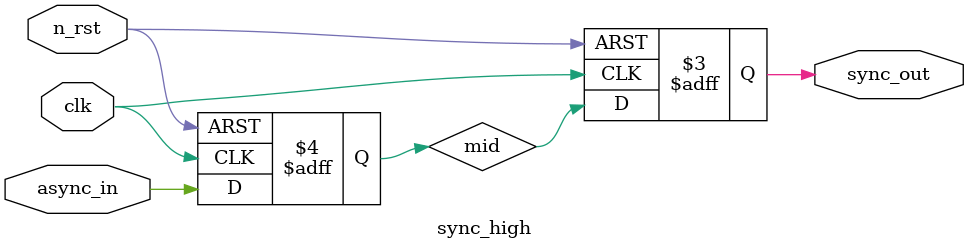
<source format=sv>

module sync_high
(
	input wire clk,
	input wire n_rst,
	input wire async_in,
	output reg sync_out
);
	reg mid;

	always_ff @ (posedge clk, posedge n_rst)
	begin : IMI
	   if(1'b1 == n_rst)
	   begin
	     sync_out <= 0;
	     mid <= 0;
	   end
	   else
	   begin
	     
	     mid <= async_in;
	      sync_out <= mid;
	   end
	end


endmodule

</source>
